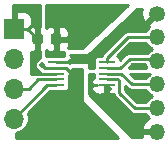
<source format=gbr>
%TF.GenerationSoftware,KiCad,Pcbnew,(5.1.10)-1*%
%TF.CreationDate,2021-07-29T15:12:46-05:00*%
%TF.ProjectId,FDC1004Q-Breakout,46444331-3030-4345-912d-427265616b6f,rev?*%
%TF.SameCoordinates,Original*%
%TF.FileFunction,Copper,L1,Top*%
%TF.FilePolarity,Positive*%
%FSLAX46Y46*%
G04 Gerber Fmt 4.6, Leading zero omitted, Abs format (unit mm)*
G04 Created by KiCad (PCBNEW (5.1.10)-1) date 2021-07-29 15:12:46*
%MOMM*%
%LPD*%
G01*
G04 APERTURE LIST*
%TA.AperFunction,ComponentPad*%
%ADD10O,1.350000X1.350000*%
%TD*%
%TA.AperFunction,ComponentPad*%
%ADD11C,1.350000*%
%TD*%
%TA.AperFunction,SMDPad,CuDef*%
%ADD12R,1.470000X0.280000*%
%TD*%
%TA.AperFunction,ComponentPad*%
%ADD13O,1.700000X1.700000*%
%TD*%
%TA.AperFunction,ComponentPad*%
%ADD14R,1.700000X1.700000*%
%TD*%
%TA.AperFunction,ViaPad*%
%ADD15C,0.500000*%
%TD*%
%TA.AperFunction,Conductor*%
%ADD16C,0.250000*%
%TD*%
%TA.AperFunction,Conductor*%
%ADD17C,0.254000*%
%TD*%
%TA.AperFunction,Conductor*%
%ADD18C,0.100000*%
%TD*%
G04 APERTURE END LIST*
D10*
%TO.P,J2,6*%
%TO.N,SHLD1*%
X146685000Y-109060000D03*
%TO.P,J2,5*%
%TO.N,CIN1*%
X146685000Y-107060000D03*
%TO.P,J2,4*%
%TO.N,CIN2*%
X146685000Y-105060000D03*
%TO.P,J2,3*%
%TO.N,CIN3*%
X146685000Y-103060000D03*
%TO.P,J2,2*%
%TO.N,CIN4*%
X146685000Y-101060000D03*
D11*
%TO.P,J2,1*%
%TO.N,SHLD2*%
X146685000Y-99060000D03*
%TD*%
D12*
%TO.P,U1,10*%
%TO.N,SDA*%
X138185000Y-105140000D03*
%TO.P,U1,9*%
%TO.N,SCL*%
X138185000Y-104640000D03*
%TO.P,U1,8*%
%TO.N,+3V3*%
X138185000Y-104140000D03*
%TO.P,U1,7*%
%TO.N,GND*%
X138185000Y-103640000D03*
%TO.P,U1,6*%
%TO.N,SHLD2*%
X138185000Y-103140000D03*
%TO.P,U1,5*%
%TO.N,CIN4*%
X142485000Y-103140000D03*
%TO.P,U1,4*%
%TO.N,CIN3*%
X142485000Y-103640000D03*
%TO.P,U1,3*%
%TO.N,CIN2*%
X142485000Y-104140000D03*
%TO.P,U1,2*%
%TO.N,CIN1*%
X142485000Y-104640000D03*
%TO.P,U1,1*%
%TO.N,SHLD1*%
X142485000Y-105140000D03*
%TD*%
D13*
%TO.P,J1,4*%
%TO.N,SDA*%
X134620000Y-107950000D03*
%TO.P,J1,3*%
%TO.N,SCL*%
X134620000Y-105410000D03*
%TO.P,J1,2*%
%TO.N,GND*%
X134620000Y-102870000D03*
D14*
%TO.P,J1,1*%
%TO.N,+3V3*%
X134620000Y-100330000D03*
%TD*%
%TO.P,C1,2*%
%TO.N,GND*%
%TA.AperFunction,SMDPad,CuDef*%
G36*
G01*
X137726000Y-101469000D02*
X137726000Y-100969000D01*
G75*
G02*
X137951000Y-100744000I225000J0D01*
G01*
X138401000Y-100744000D01*
G75*
G02*
X138626000Y-100969000I0J-225000D01*
G01*
X138626000Y-101469000D01*
G75*
G02*
X138401000Y-101694000I-225000J0D01*
G01*
X137951000Y-101694000D01*
G75*
G02*
X137726000Y-101469000I0J225000D01*
G01*
G37*
%TD.AperFunction*%
%TO.P,C1,1*%
%TO.N,+3V3*%
%TA.AperFunction,SMDPad,CuDef*%
G36*
G01*
X136176000Y-101469000D02*
X136176000Y-100969000D01*
G75*
G02*
X136401000Y-100744000I225000J0D01*
G01*
X136851000Y-100744000D01*
G75*
G02*
X137076000Y-100969000I0J-225000D01*
G01*
X137076000Y-101469000D01*
G75*
G02*
X136851000Y-101694000I-225000J0D01*
G01*
X136401000Y-101694000D01*
G75*
G02*
X136176000Y-101469000I0J225000D01*
G01*
G37*
%TD.AperFunction*%
%TD*%
D15*
%TO.N,GND*%
X139827000Y-101219000D03*
X143510000Y-98552000D03*
X137668000Y-98679000D03*
X135636000Y-109220000D03*
X142494000Y-109220000D03*
X137668000Y-102489000D03*
X139700000Y-104140000D03*
X137023683Y-103424066D03*
%TO.N,SHLD1*%
X142621000Y-105410000D03*
X144970500Y-105791000D03*
X144907000Y-104394000D03*
X141160500Y-104330500D03*
%TO.N,SHLD2*%
X139382500Y-103124000D03*
X141160500Y-103441500D03*
X143764000Y-102489000D03*
X144780000Y-103505000D03*
%TD*%
D16*
%TO.N,GND*%
X139547498Y-104140000D02*
X139700000Y-104140000D01*
X138185000Y-103640000D02*
X139047498Y-103640000D01*
X139047498Y-103640000D02*
X139547498Y-104140000D01*
X137239617Y-103640000D02*
X137023683Y-103424066D01*
X138185000Y-103640000D02*
X137239617Y-103640000D01*
%TO.N,+3V3*%
X138185000Y-104140000D02*
X136652000Y-104140000D01*
X134620000Y-100330000D02*
X135737000Y-100330000D01*
X135763000Y-100330000D02*
X136017000Y-100076000D01*
X134620000Y-100330000D02*
X135763000Y-100330000D01*
X135737000Y-100330000D02*
X136626000Y-101219000D01*
%TO.N,SDA*%
X137430000Y-105140000D02*
X138185000Y-105140000D01*
X134620000Y-107950000D02*
X137430000Y-105140000D01*
%TO.N,SCL*%
X134620000Y-105410000D02*
X135890000Y-105410000D01*
X136660000Y-104640000D02*
X138185000Y-104640000D01*
X135890000Y-105410000D02*
X136660000Y-104640000D01*
%TO.N,SHLD1*%
X142485000Y-105274000D02*
X142621000Y-105410000D01*
X142485000Y-105140000D02*
X142485000Y-105274000D01*
%TO.N,CIN1*%
X144842500Y-107060000D02*
X146685000Y-107060000D01*
X143545001Y-105762501D02*
X144842500Y-107060000D01*
X143545001Y-104739999D02*
X143545001Y-105762501D01*
X143445002Y-104640000D02*
X143545001Y-104739999D01*
X142485000Y-104640000D02*
X143445002Y-104640000D01*
%TO.N,CIN2*%
X145257000Y-105060000D02*
X146685000Y-105060000D01*
X144620500Y-105060000D02*
X145257000Y-105060000D01*
X143700500Y-104140000D02*
X144620500Y-105060000D01*
X142485000Y-104140000D02*
X143700500Y-104140000D01*
%TO.N,CIN3*%
X146495000Y-102870000D02*
X146685000Y-103060000D01*
X143629000Y-103640000D02*
X144399000Y-102870000D01*
X144399000Y-102870000D02*
X146495000Y-102870000D01*
X142485000Y-103640000D02*
X143629000Y-103640000D01*
%TO.N,CIN4*%
X142485000Y-103140000D02*
X142485000Y-102815500D01*
X144240500Y-101060000D02*
X145764000Y-101060000D01*
X142485000Y-102815500D02*
X144240500Y-101060000D01*
X145764000Y-101060000D02*
X146685000Y-101060000D01*
%TO.N,SHLD2*%
X139366500Y-103140000D02*
X139382500Y-103124000D01*
X138185000Y-103140000D02*
X139366500Y-103140000D01*
%TD*%
D17*
%TO.N,SHLD1*%
X141367157Y-104280000D02*
X141374513Y-104354689D01*
X141385224Y-104390000D01*
X141374513Y-104425311D01*
X141367891Y-104492551D01*
X141305671Y-104542062D01*
X141224869Y-104637545D01*
X141164248Y-104746958D01*
X141126137Y-104866094D01*
X141115000Y-104968250D01*
X141273750Y-105127000D01*
X141590956Y-105127000D01*
X141603492Y-105133701D01*
X141667112Y-105153000D01*
X141273750Y-105153000D01*
X141115000Y-105311750D01*
X141126137Y-105413906D01*
X141164248Y-105533042D01*
X141224869Y-105642455D01*
X141305671Y-105737938D01*
X141403548Y-105815823D01*
X141514739Y-105873117D01*
X141634971Y-105907618D01*
X141759623Y-105917999D01*
X142199250Y-105915000D01*
X142358000Y-105756250D01*
X142358000Y-105162843D01*
X142612000Y-105162843D01*
X142612000Y-105756250D01*
X142770750Y-105915000D01*
X143063098Y-105916994D01*
X143075256Y-105957075D01*
X143075257Y-105957076D01*
X143122243Y-106044980D01*
X143185475Y-106122028D01*
X143204781Y-106137872D01*
X144467128Y-107400220D01*
X144482973Y-107419527D01*
X144560021Y-107482759D01*
X144647925Y-107529745D01*
X144743307Y-107558678D01*
X144842500Y-107568448D01*
X144867354Y-107566000D01*
X145753058Y-107566000D01*
X145864751Y-107733161D01*
X146011839Y-107880249D01*
X146061283Y-107913286D01*
X145895463Y-108014656D01*
X145706697Y-108188773D01*
X145555527Y-108396371D01*
X145447762Y-108629472D01*
X145417090Y-108730600D01*
X145540776Y-108933000D01*
X146558000Y-108933000D01*
X146558000Y-108913000D01*
X146812000Y-108913000D01*
X146812000Y-108933000D01*
X146832000Y-108933000D01*
X146832000Y-109187000D01*
X146812000Y-109187000D01*
X146812000Y-109207000D01*
X146558000Y-109207000D01*
X146558000Y-109187000D01*
X145540776Y-109187000D01*
X145417090Y-109389400D01*
X145442749Y-109474000D01*
X144578606Y-109474000D01*
X140970000Y-105865394D01*
X140970000Y-104140000D01*
X141367157Y-104140000D01*
X141367157Y-104280000D01*
%TA.AperFunction,Conductor*%
D18*
G36*
X141367157Y-104280000D02*
G01*
X141374513Y-104354689D01*
X141385224Y-104390000D01*
X141374513Y-104425311D01*
X141367891Y-104492551D01*
X141305671Y-104542062D01*
X141224869Y-104637545D01*
X141164248Y-104746958D01*
X141126137Y-104866094D01*
X141115000Y-104968250D01*
X141273750Y-105127000D01*
X141590956Y-105127000D01*
X141603492Y-105133701D01*
X141667112Y-105153000D01*
X141273750Y-105153000D01*
X141115000Y-105311750D01*
X141126137Y-105413906D01*
X141164248Y-105533042D01*
X141224869Y-105642455D01*
X141305671Y-105737938D01*
X141403548Y-105815823D01*
X141514739Y-105873117D01*
X141634971Y-105907618D01*
X141759623Y-105917999D01*
X142199250Y-105915000D01*
X142358000Y-105756250D01*
X142358000Y-105162843D01*
X142612000Y-105162843D01*
X142612000Y-105756250D01*
X142770750Y-105915000D01*
X143063098Y-105916994D01*
X143075256Y-105957075D01*
X143075257Y-105957076D01*
X143122243Y-106044980D01*
X143185475Y-106122028D01*
X143204781Y-106137872D01*
X144467128Y-107400220D01*
X144482973Y-107419527D01*
X144560021Y-107482759D01*
X144647925Y-107529745D01*
X144743307Y-107558678D01*
X144842500Y-107568448D01*
X144867354Y-107566000D01*
X145753058Y-107566000D01*
X145864751Y-107733161D01*
X146011839Y-107880249D01*
X146061283Y-107913286D01*
X145895463Y-108014656D01*
X145706697Y-108188773D01*
X145555527Y-108396371D01*
X145447762Y-108629472D01*
X145417090Y-108730600D01*
X145540776Y-108933000D01*
X146558000Y-108933000D01*
X146558000Y-108913000D01*
X146812000Y-108913000D01*
X146812000Y-108933000D01*
X146832000Y-108933000D01*
X146832000Y-109187000D01*
X146812000Y-109187000D01*
X146812000Y-109207000D01*
X146558000Y-109207000D01*
X146558000Y-109187000D01*
X145540776Y-109187000D01*
X145417090Y-109389400D01*
X145442749Y-109474000D01*
X144578606Y-109474000D01*
X140970000Y-105865394D01*
X140970000Y-104140000D01*
X141367157Y-104140000D01*
X141367157Y-104280000D01*
G37*
%TD.AperFunction*%
D17*
X144245128Y-105400220D02*
X144260973Y-105419527D01*
X144338021Y-105482759D01*
X144425925Y-105529745D01*
X144499107Y-105551944D01*
X144521306Y-105558678D01*
X144531194Y-105559652D01*
X144595646Y-105566000D01*
X144595653Y-105566000D01*
X144620499Y-105568447D01*
X144645345Y-105566000D01*
X145753058Y-105566000D01*
X145864751Y-105733161D01*
X146011839Y-105880249D01*
X146184796Y-105995815D01*
X146339751Y-106060000D01*
X146184796Y-106124185D01*
X146011839Y-106239751D01*
X145864751Y-106386839D01*
X145753058Y-106554000D01*
X145052092Y-106554000D01*
X144051001Y-105552910D01*
X144051001Y-105206093D01*
X144245128Y-105400220D01*
%TA.AperFunction,Conductor*%
D18*
G36*
X144245128Y-105400220D02*
G01*
X144260973Y-105419527D01*
X144338021Y-105482759D01*
X144425925Y-105529745D01*
X144499107Y-105551944D01*
X144521306Y-105558678D01*
X144531194Y-105559652D01*
X144595646Y-105566000D01*
X144595653Y-105566000D01*
X144620499Y-105568447D01*
X144645345Y-105566000D01*
X145753058Y-105566000D01*
X145864751Y-105733161D01*
X146011839Y-105880249D01*
X146184796Y-105995815D01*
X146339751Y-106060000D01*
X146184796Y-106124185D01*
X146011839Y-106239751D01*
X145864751Y-106386839D01*
X145753058Y-106554000D01*
X145052092Y-106554000D01*
X144051001Y-105552910D01*
X144051001Y-105206093D01*
X144245128Y-105400220D01*
G37*
%TD.AperFunction*%
D17*
X146011839Y-104239751D02*
X145864751Y-104386839D01*
X145753058Y-104554000D01*
X144830092Y-104554000D01*
X144416091Y-104140000D01*
X146161127Y-104140000D01*
X146011839Y-104239751D01*
%TA.AperFunction,Conductor*%
D18*
G36*
X146011839Y-104239751D02*
G01*
X145864751Y-104386839D01*
X145753058Y-104554000D01*
X144830092Y-104554000D01*
X144416091Y-104140000D01*
X146161127Y-104140000D01*
X146011839Y-104239751D01*
G37*
%TD.AperFunction*%
%TD*%
D17*
%TO.N,SHLD2*%
X145381355Y-98877633D02*
X145370826Y-99135465D01*
X145410800Y-99390398D01*
X145499741Y-99632633D01*
X145550379Y-99727370D01*
X145781600Y-99783795D01*
X146505395Y-99060000D01*
X146491253Y-99045858D01*
X146670858Y-98866253D01*
X146685000Y-98880395D01*
X146699143Y-98866253D01*
X146878748Y-99045858D01*
X146864605Y-99060000D01*
X146878748Y-99074143D01*
X146699143Y-99253748D01*
X146685000Y-99239605D01*
X145961205Y-99963400D01*
X146017630Y-100194621D01*
X146054110Y-100211507D01*
X146011839Y-100239751D01*
X145864751Y-100386839D01*
X145753058Y-100554000D01*
X144265354Y-100554000D01*
X144240500Y-100551552D01*
X144215646Y-100554000D01*
X144141307Y-100561322D01*
X144045925Y-100590255D01*
X143958021Y-100637241D01*
X143880973Y-100700473D01*
X143865128Y-100719780D01*
X142144781Y-102440128D01*
X142125474Y-102455973D01*
X142062242Y-102533021D01*
X142037127Y-102580008D01*
X142017270Y-102617157D01*
X141750000Y-102617157D01*
X141675311Y-102624513D01*
X141603492Y-102646299D01*
X141537304Y-102681678D01*
X141479289Y-102729289D01*
X141431678Y-102787304D01*
X141396299Y-102853492D01*
X141374513Y-102925311D01*
X141367157Y-103000000D01*
X141367157Y-103280000D01*
X141374513Y-103354689D01*
X141385224Y-103390000D01*
X141374513Y-103425311D01*
X141367157Y-103500000D01*
X141367157Y-103632000D01*
X140970000Y-103632000D01*
X140970000Y-103314500D01*
X140967560Y-103289724D01*
X140960333Y-103265899D01*
X140948597Y-103243943D01*
X140932803Y-103224697D01*
X140913557Y-103208903D01*
X140891601Y-103197167D01*
X140867776Y-103189940D01*
X140843000Y-103187500D01*
X139430750Y-103187500D01*
X139396250Y-103153000D01*
X139319000Y-103153000D01*
X139319000Y-103127000D01*
X139396250Y-103127000D01*
X139555000Y-102968250D01*
X139543863Y-102866094D01*
X139505752Y-102746958D01*
X139445131Y-102637545D01*
X139373162Y-102552500D01*
X140843000Y-102552500D01*
X140867776Y-102550060D01*
X140891601Y-102542833D01*
X140913557Y-102531097D01*
X140929908Y-102518107D01*
X145020760Y-98679000D01*
X145429367Y-98679000D01*
X145381355Y-98877633D01*
%TA.AperFunction,Conductor*%
D18*
G36*
X145381355Y-98877633D02*
G01*
X145370826Y-99135465D01*
X145410800Y-99390398D01*
X145499741Y-99632633D01*
X145550379Y-99727370D01*
X145781600Y-99783795D01*
X146505395Y-99060000D01*
X146491253Y-99045858D01*
X146670858Y-98866253D01*
X146685000Y-98880395D01*
X146699143Y-98866253D01*
X146878748Y-99045858D01*
X146864605Y-99060000D01*
X146878748Y-99074143D01*
X146699143Y-99253748D01*
X146685000Y-99239605D01*
X145961205Y-99963400D01*
X146017630Y-100194621D01*
X146054110Y-100211507D01*
X146011839Y-100239751D01*
X145864751Y-100386839D01*
X145753058Y-100554000D01*
X144265354Y-100554000D01*
X144240500Y-100551552D01*
X144215646Y-100554000D01*
X144141307Y-100561322D01*
X144045925Y-100590255D01*
X143958021Y-100637241D01*
X143880973Y-100700473D01*
X143865128Y-100719780D01*
X142144781Y-102440128D01*
X142125474Y-102455973D01*
X142062242Y-102533021D01*
X142037127Y-102580008D01*
X142017270Y-102617157D01*
X141750000Y-102617157D01*
X141675311Y-102624513D01*
X141603492Y-102646299D01*
X141537304Y-102681678D01*
X141479289Y-102729289D01*
X141431678Y-102787304D01*
X141396299Y-102853492D01*
X141374513Y-102925311D01*
X141367157Y-103000000D01*
X141367157Y-103280000D01*
X141374513Y-103354689D01*
X141385224Y-103390000D01*
X141374513Y-103425311D01*
X141367157Y-103500000D01*
X141367157Y-103632000D01*
X140970000Y-103632000D01*
X140970000Y-103314500D01*
X140967560Y-103289724D01*
X140960333Y-103265899D01*
X140948597Y-103243943D01*
X140932803Y-103224697D01*
X140913557Y-103208903D01*
X140891601Y-103197167D01*
X140867776Y-103189940D01*
X140843000Y-103187500D01*
X139430750Y-103187500D01*
X139396250Y-103153000D01*
X139319000Y-103153000D01*
X139319000Y-103127000D01*
X139396250Y-103127000D01*
X139555000Y-102968250D01*
X139543863Y-102866094D01*
X139505752Y-102746958D01*
X139445131Y-102637545D01*
X139373162Y-102552500D01*
X140843000Y-102552500D01*
X140867776Y-102550060D01*
X140891601Y-102542833D01*
X140913557Y-102531097D01*
X140929908Y-102518107D01*
X145020760Y-98679000D01*
X145429367Y-98679000D01*
X145381355Y-98877633D01*
G37*
%TD.AperFunction*%
D17*
X145749185Y-103560204D02*
X145797157Y-103632000D01*
X144352591Y-103632000D01*
X144608592Y-103376000D01*
X145672885Y-103376000D01*
X145749185Y-103560204D01*
%TA.AperFunction,Conductor*%
D18*
G36*
X145749185Y-103560204D02*
G01*
X145797157Y-103632000D01*
X144352591Y-103632000D01*
X144608592Y-103376000D01*
X145672885Y-103376000D01*
X145749185Y-103560204D01*
G37*
%TD.AperFunction*%
D17*
X145864751Y-101733161D02*
X146011839Y-101880249D01*
X146184796Y-101995815D01*
X146339751Y-102060000D01*
X146184796Y-102124185D01*
X146011839Y-102239751D01*
X145887590Y-102364000D01*
X144423845Y-102364000D01*
X144398999Y-102361553D01*
X144374153Y-102364000D01*
X144374146Y-102364000D01*
X144309694Y-102370348D01*
X144299806Y-102371322D01*
X144277607Y-102378056D01*
X144204425Y-102400255D01*
X144116521Y-102447241D01*
X144039473Y-102510473D01*
X144023628Y-102529780D01*
X143598411Y-102954998D01*
X143595487Y-102925311D01*
X143573701Y-102853492D01*
X143538322Y-102787304D01*
X143490711Y-102729289D01*
X143432696Y-102681678D01*
X143368648Y-102647443D01*
X144450092Y-101566000D01*
X145753058Y-101566000D01*
X145864751Y-101733161D01*
%TA.AperFunction,Conductor*%
D18*
G36*
X145864751Y-101733161D02*
G01*
X146011839Y-101880249D01*
X146184796Y-101995815D01*
X146339751Y-102060000D01*
X146184796Y-102124185D01*
X146011839Y-102239751D01*
X145887590Y-102364000D01*
X144423845Y-102364000D01*
X144398999Y-102361553D01*
X144374153Y-102364000D01*
X144374146Y-102364000D01*
X144309694Y-102370348D01*
X144299806Y-102371322D01*
X144277607Y-102378056D01*
X144204425Y-102400255D01*
X144116521Y-102447241D01*
X144039473Y-102510473D01*
X144023628Y-102529780D01*
X143598411Y-102954998D01*
X143595487Y-102925311D01*
X143573701Y-102853492D01*
X143538322Y-102787304D01*
X143490711Y-102729289D01*
X143432696Y-102681678D01*
X143368648Y-102647443D01*
X144450092Y-101566000D01*
X145753058Y-101566000D01*
X145864751Y-101733161D01*
G37*
%TD.AperFunction*%
%TD*%
D17*
%TO.N,GND*%
X140335000Y-106426000D02*
X140337440Y-106450776D01*
X140344667Y-106474601D01*
X140356403Y-106496557D01*
X140372197Y-106515803D01*
X143457394Y-109601000D01*
X134747000Y-109601000D01*
X134747000Y-109179855D01*
X134979069Y-109133693D01*
X135203097Y-109040898D01*
X135404717Y-108906180D01*
X135576180Y-108734717D01*
X135710898Y-108533097D01*
X135803693Y-108309069D01*
X135851000Y-108071243D01*
X135851000Y-107828757D01*
X135803693Y-107590931D01*
X135771758Y-107513833D01*
X137622749Y-105662843D01*
X138920000Y-105662843D01*
X138994689Y-105655487D01*
X139066508Y-105633701D01*
X139132696Y-105598322D01*
X139190711Y-105550711D01*
X139238322Y-105492696D01*
X139273701Y-105426508D01*
X139295487Y-105354689D01*
X139302843Y-105280000D01*
X139302843Y-105000000D01*
X139295487Y-104925311D01*
X139284776Y-104890000D01*
X139295487Y-104854689D01*
X139302843Y-104780000D01*
X139302843Y-104500000D01*
X139295487Y-104425311D01*
X139284776Y-104390000D01*
X139295487Y-104354689D01*
X139302109Y-104287449D01*
X139364329Y-104237938D01*
X139445131Y-104142455D01*
X139505752Y-104033042D01*
X139543863Y-103913906D01*
X139555000Y-103811750D01*
X139510252Y-103767002D01*
X139555000Y-103767002D01*
X139555000Y-103759000D01*
X140335000Y-103759000D01*
X140335000Y-106426000D01*
%TA.AperFunction,Conductor*%
D18*
G36*
X140335000Y-106426000D02*
G01*
X140337440Y-106450776D01*
X140344667Y-106474601D01*
X140356403Y-106496557D01*
X140372197Y-106515803D01*
X143457394Y-109601000D01*
X134747000Y-109601000D01*
X134747000Y-109179855D01*
X134979069Y-109133693D01*
X135203097Y-109040898D01*
X135404717Y-108906180D01*
X135576180Y-108734717D01*
X135710898Y-108533097D01*
X135803693Y-108309069D01*
X135851000Y-108071243D01*
X135851000Y-107828757D01*
X135803693Y-107590931D01*
X135771758Y-107513833D01*
X137622749Y-105662843D01*
X138920000Y-105662843D01*
X138994689Y-105655487D01*
X139066508Y-105633701D01*
X139132696Y-105598322D01*
X139190711Y-105550711D01*
X139238322Y-105492696D01*
X139273701Y-105426508D01*
X139295487Y-105354689D01*
X139302843Y-105280000D01*
X139302843Y-105000000D01*
X139295487Y-104925311D01*
X139284776Y-104890000D01*
X139295487Y-104854689D01*
X139302843Y-104780000D01*
X139302843Y-104500000D01*
X139295487Y-104425311D01*
X139284776Y-104390000D01*
X139295487Y-104354689D01*
X139302109Y-104287449D01*
X139364329Y-104237938D01*
X139445131Y-104142455D01*
X139505752Y-104033042D01*
X139543863Y-103913906D01*
X139555000Y-103811750D01*
X139510252Y-103767002D01*
X139555000Y-103767002D01*
X139555000Y-103759000D01*
X140335000Y-103759000D01*
X140335000Y-106426000D01*
G37*
%TD.AperFunction*%
D17*
X140411635Y-101981000D02*
X139192614Y-101981000D01*
X139215502Y-101938180D01*
X139251812Y-101818482D01*
X139264072Y-101694000D01*
X139261000Y-101504750D01*
X139102250Y-101346000D01*
X138303000Y-101346000D01*
X138303000Y-102170250D01*
X138461750Y-102329000D01*
X138626000Y-102332072D01*
X138750482Y-102319812D01*
X138811000Y-102301454D01*
X138811000Y-102617157D01*
X137450000Y-102617157D01*
X137375311Y-102624513D01*
X137303492Y-102646299D01*
X137287000Y-102655114D01*
X137287000Y-102155185D01*
X137371506Y-102224537D01*
X137481820Y-102283502D01*
X137601518Y-102319812D01*
X137726000Y-102332072D01*
X137890250Y-102329000D01*
X138049000Y-102170250D01*
X138049000Y-101346000D01*
X138029000Y-101346000D01*
X138029000Y-101092000D01*
X138049000Y-101092000D01*
X138049000Y-100267750D01*
X138303000Y-100267750D01*
X138303000Y-101092000D01*
X139102250Y-101092000D01*
X139261000Y-100933250D01*
X139264072Y-100744000D01*
X139251812Y-100619518D01*
X139215502Y-100499820D01*
X139156537Y-100389506D01*
X139077185Y-100292815D01*
X138980494Y-100213463D01*
X138870180Y-100154498D01*
X138750482Y-100118188D01*
X138626000Y-100105928D01*
X138461750Y-100109000D01*
X138303000Y-100267750D01*
X138049000Y-100267750D01*
X137890250Y-100109000D01*
X137726000Y-100105928D01*
X137601518Y-100118188D01*
X137481820Y-100154498D01*
X137371506Y-100213463D01*
X137287000Y-100282815D01*
X137287000Y-98323000D01*
X144298260Y-98323000D01*
X140411635Y-101981000D01*
%TA.AperFunction,Conductor*%
D18*
G36*
X140411635Y-101981000D02*
G01*
X139192614Y-101981000D01*
X139215502Y-101938180D01*
X139251812Y-101818482D01*
X139264072Y-101694000D01*
X139261000Y-101504750D01*
X139102250Y-101346000D01*
X138303000Y-101346000D01*
X138303000Y-102170250D01*
X138461750Y-102329000D01*
X138626000Y-102332072D01*
X138750482Y-102319812D01*
X138811000Y-102301454D01*
X138811000Y-102617157D01*
X137450000Y-102617157D01*
X137375311Y-102624513D01*
X137303492Y-102646299D01*
X137287000Y-102655114D01*
X137287000Y-102155185D01*
X137371506Y-102224537D01*
X137481820Y-102283502D01*
X137601518Y-102319812D01*
X137726000Y-102332072D01*
X137890250Y-102329000D01*
X138049000Y-102170250D01*
X138049000Y-101346000D01*
X138029000Y-101346000D01*
X138029000Y-101092000D01*
X138049000Y-101092000D01*
X138049000Y-100267750D01*
X138303000Y-100267750D01*
X138303000Y-101092000D01*
X139102250Y-101092000D01*
X139261000Y-100933250D01*
X139264072Y-100744000D01*
X139251812Y-100619518D01*
X139215502Y-100499820D01*
X139156537Y-100389506D01*
X139077185Y-100292815D01*
X138980494Y-100213463D01*
X138870180Y-100154498D01*
X138750482Y-100118188D01*
X138626000Y-100105928D01*
X138461750Y-100109000D01*
X138303000Y-100267750D01*
X138049000Y-100267750D01*
X137890250Y-100109000D01*
X137726000Y-100105928D01*
X137601518Y-100118188D01*
X137481820Y-100154498D01*
X137371506Y-100213463D01*
X137287000Y-100282815D01*
X137287000Y-98323000D01*
X144298260Y-98323000D01*
X140411635Y-101981000D01*
G37*
%TD.AperFunction*%
%TD*%
D17*
%TO.N,+3V3*%
X136779000Y-100241750D02*
X136753000Y-100267750D01*
X136753000Y-101092000D01*
X136773000Y-101092000D01*
X136773000Y-101346000D01*
X136753000Y-101346000D01*
X136753000Y-102170250D01*
X136779000Y-102196250D01*
X136779000Y-102842427D01*
X136724792Y-102864881D01*
X136621444Y-102933936D01*
X136533553Y-103021827D01*
X136464498Y-103125175D01*
X136416932Y-103240010D01*
X136392683Y-103361918D01*
X136392683Y-103486214D01*
X136416932Y-103608122D01*
X136464498Y-103722957D01*
X136533553Y-103826305D01*
X136621444Y-103914196D01*
X136724792Y-103983251D01*
X136779000Y-104005705D01*
X136779000Y-104134000D01*
X136684845Y-104134000D01*
X136659999Y-104131553D01*
X136635153Y-104134000D01*
X136635146Y-104134000D01*
X136574227Y-104140000D01*
X136017000Y-104140000D01*
X136017000Y-102309341D01*
X136051518Y-102319812D01*
X136176000Y-102332072D01*
X136340250Y-102329000D01*
X136499000Y-102170250D01*
X136499000Y-101346000D01*
X136479000Y-101346000D01*
X136479000Y-101092000D01*
X136499000Y-101092000D01*
X136499000Y-100267750D01*
X136340250Y-100109000D01*
X136176000Y-100105928D01*
X136051518Y-100118188D01*
X136022155Y-100127095D01*
X136105000Y-100044250D01*
X136108072Y-99480000D01*
X136095812Y-99355518D01*
X136059502Y-99235820D01*
X136000537Y-99125506D01*
X135921185Y-99028815D01*
X135824494Y-98949463D01*
X135714180Y-98890498D01*
X135594482Y-98854188D01*
X135470000Y-98841928D01*
X134905750Y-98845000D01*
X134747000Y-99003750D01*
X134747000Y-100203000D01*
X134767000Y-100203000D01*
X134767000Y-100457000D01*
X134747000Y-100457000D01*
X134747000Y-100477000D01*
X134493000Y-100477000D01*
X134493000Y-98323000D01*
X136779000Y-98323000D01*
X136779000Y-100241750D01*
%TA.AperFunction,Conductor*%
D18*
G36*
X136779000Y-100241750D02*
G01*
X136753000Y-100267750D01*
X136753000Y-101092000D01*
X136773000Y-101092000D01*
X136773000Y-101346000D01*
X136753000Y-101346000D01*
X136753000Y-102170250D01*
X136779000Y-102196250D01*
X136779000Y-102842427D01*
X136724792Y-102864881D01*
X136621444Y-102933936D01*
X136533553Y-103021827D01*
X136464498Y-103125175D01*
X136416932Y-103240010D01*
X136392683Y-103361918D01*
X136392683Y-103486214D01*
X136416932Y-103608122D01*
X136464498Y-103722957D01*
X136533553Y-103826305D01*
X136621444Y-103914196D01*
X136724792Y-103983251D01*
X136779000Y-104005705D01*
X136779000Y-104134000D01*
X136684845Y-104134000D01*
X136659999Y-104131553D01*
X136635153Y-104134000D01*
X136635146Y-104134000D01*
X136574227Y-104140000D01*
X136017000Y-104140000D01*
X136017000Y-102309341D01*
X136051518Y-102319812D01*
X136176000Y-102332072D01*
X136340250Y-102329000D01*
X136499000Y-102170250D01*
X136499000Y-101346000D01*
X136479000Y-101346000D01*
X136479000Y-101092000D01*
X136499000Y-101092000D01*
X136499000Y-100267750D01*
X136340250Y-100109000D01*
X136176000Y-100105928D01*
X136051518Y-100118188D01*
X136022155Y-100127095D01*
X136105000Y-100044250D01*
X136108072Y-99480000D01*
X136095812Y-99355518D01*
X136059502Y-99235820D01*
X136000537Y-99125506D01*
X135921185Y-99028815D01*
X135824494Y-98949463D01*
X135714180Y-98890498D01*
X135594482Y-98854188D01*
X135470000Y-98841928D01*
X134905750Y-98845000D01*
X134747000Y-99003750D01*
X134747000Y-100203000D01*
X134767000Y-100203000D01*
X134767000Y-100457000D01*
X134747000Y-100457000D01*
X134747000Y-100477000D01*
X134493000Y-100477000D01*
X134493000Y-98323000D01*
X136779000Y-98323000D01*
X136779000Y-100241750D01*
G37*
%TD.AperFunction*%
%TD*%
M02*

</source>
